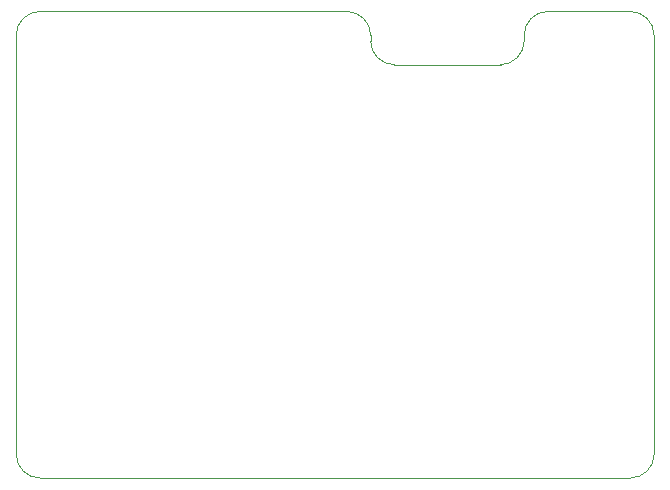
<source format=gm1>
%TF.GenerationSoftware,KiCad,Pcbnew,9.0.5*%
%TF.CreationDate,2025-11-19T14:43:04+01:00*%
%TF.ProjectId,caelum,6361656c-756d-42e6-9b69-6361645f7063,rev?*%
%TF.SameCoordinates,Original*%
%TF.FileFunction,Profile,NP*%
%FSLAX46Y46*%
G04 Gerber Fmt 4.6, Leading zero omitted, Abs format (unit mm)*
G04 Created by KiCad (PCBNEW 9.0.5) date 2025-11-19 14:43:04*
%MOMM*%
%LPD*%
G01*
G04 APERTURE LIST*
%TA.AperFunction,Profile*%
%ADD10C,0.050000*%
%TD*%
G04 APERTURE END LIST*
D10*
X87000000Y-28500000D02*
X87000000Y-29000000D01*
X100000000Y-28500000D02*
X100000000Y-29000000D01*
X57000000Y-28500000D02*
G75*
G02*
X59000000Y-26500000I2000000J0D01*
G01*
X109000000Y-26500000D02*
G75*
G02*
X111000000Y-28500000I0J-2000000D01*
G01*
X100000000Y-28500000D02*
G75*
G02*
X102000000Y-26500000I2000000J0D01*
G01*
X89000000Y-31000000D02*
X98000000Y-31000000D01*
X100000000Y-29000000D02*
G75*
G02*
X98000000Y-31000000I-2000000J0D01*
G01*
X89000000Y-31000000D02*
G75*
G02*
X87000000Y-29000000I0J2000000D01*
G01*
X85000000Y-26500000D02*
G75*
G02*
X87000000Y-28500000I0J-2000000D01*
G01*
X59000000Y-66000000D02*
G75*
G02*
X57000000Y-64000000I0J2000000D01*
G01*
X111000000Y-64000000D02*
G75*
G02*
X109000000Y-66000000I-2000000J0D01*
G01*
X109000000Y-26500000D02*
X102000000Y-26500000D01*
X111000000Y-64000000D02*
X111000000Y-28500000D01*
X59000000Y-66000000D02*
X109000000Y-66000000D01*
X57000000Y-28500000D02*
X57000000Y-64000000D01*
X59000000Y-26500000D02*
X85000000Y-26500000D01*
M02*

</source>
